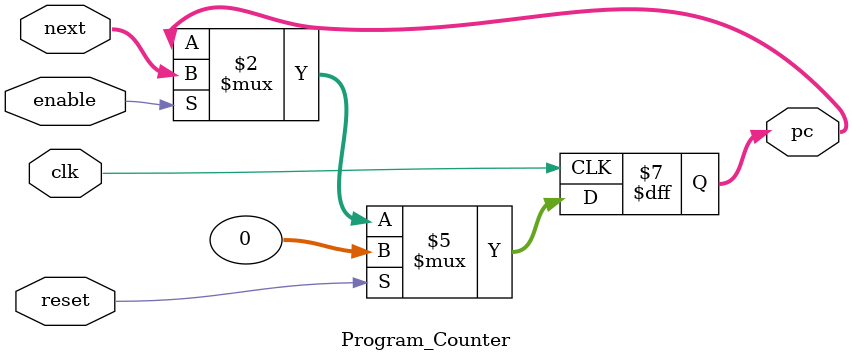
<source format=sv>
`timescale 1ns / 1ps


module Program_Counter(
    input logic clk,
    input logic reset,
    input logic enable,
    input logic [31:0] next,
    output logic [31:0] pc
    );
    
    always_ff @(posedge clk) begin
        if (reset) begin
            pc <= 32'd0;
        end else if (enable) begin
            pc <= next;
        end
    end    
endmodule

</source>
